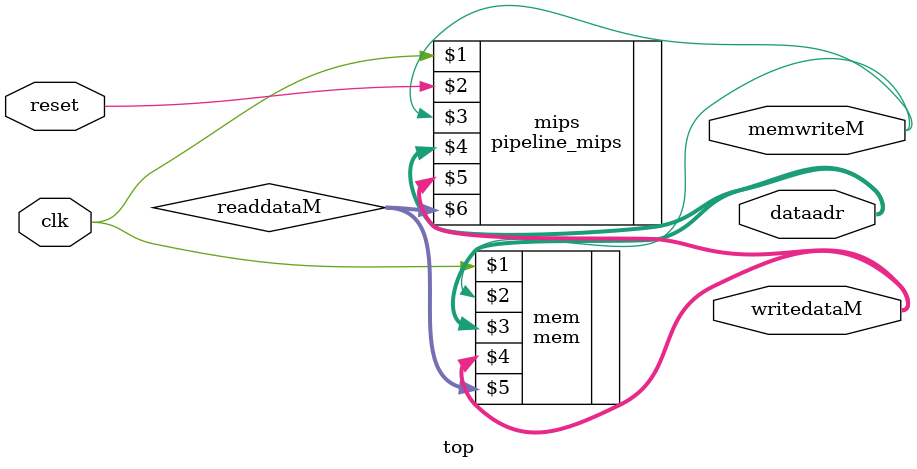
<source format=sv>
module top(input  logic        clk, reset, 
           output logic [31:0] writedataM, dataadr, 
           output logic        memwriteM);

  logic [31:0] readdataM;
  
  // microprocessor (control & datapath)
  pipeline_mips mips( clk, reset, memwriteM, dataadr, writedataM, readdataM );
  // memory 
  mem mem(clk, memwriteM, dataadr, writedataM, readdataM);

endmodule

</source>
